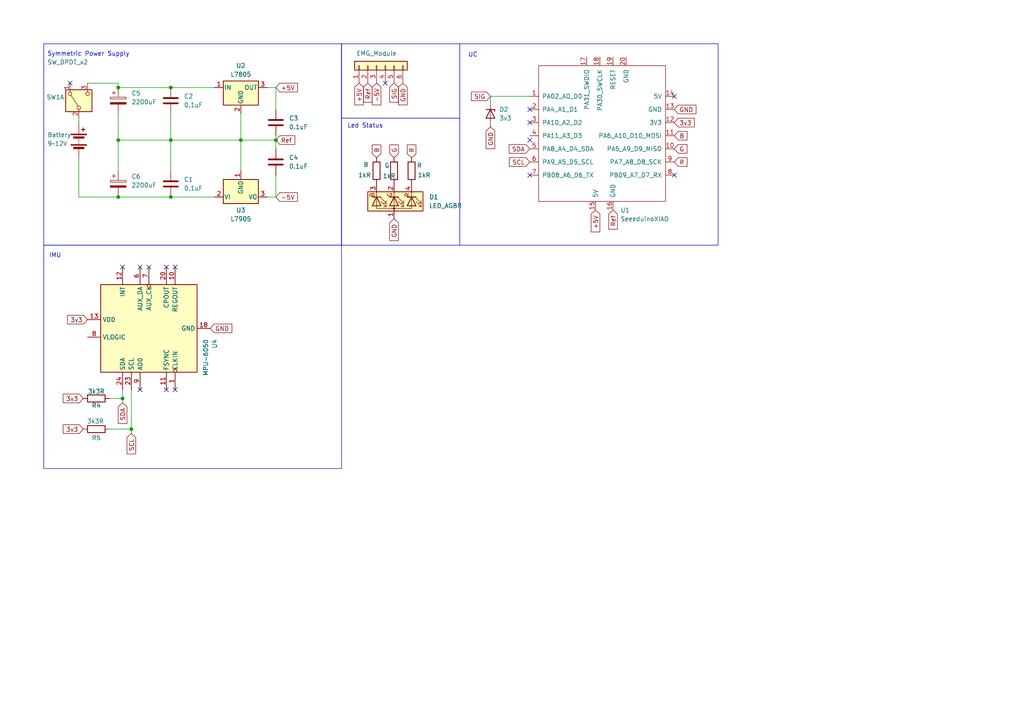
<source format=kicad_sch>
(kicad_sch (version 20250114) (generator "eeschema") (generator_version "9.0")
  (paper "A4")
  (lib_symbols
    (symbol "Connector_Generic:Conn_01x06" (pin_names (offset 1.016) (hide yes))
      (property "Reference" "J" (at 0 7.62 0))
      (property "Value" "Conn_01x06" (at 0 -10.16 0))
      (symbol "Conn_01x06_1_1"
        (rectangle (start -1.27 6.35) (end 1.27 -8.89) (stroke (width 0.254)) (fill (type background)))
        (rectangle (start -1.27 5.207) (end 0 4.953) (stroke (width 0.1524)))
        (rectangle (start -1.27 2.667) (end 0 2.413) (stroke (width 0.1524)))
        (rectangle (start -1.27 0.127) (end 0 -0.127) (stroke (width 0.1524)))
        (rectangle (start -1.27 -2.413) (end 0 -2.667) (stroke (width 0.1524)))
        (rectangle (start -1.27 -4.953) (end 0 -5.207) (stroke (width 0.1524)))
        (rectangle (start -1.27 -7.493) (end 0 -7.747) (stroke (width 0.1524)))
        (pin passive line (at -5.08 5.08 0) (length 3.81) (name "Pin_1") (number "1"))
        (pin passive line (at -5.08 2.54 0) (length 3.81) (name "Pin_2") (number "2"))
        (pin passive line (at -5.08 0 0) (length 3.81) (name "Pin_3") (number "3"))
        (pin passive line (at -5.08 -2.54 0) (length 3.81) (name "Pin_4") (number "4"))
        (pin passive line (at -5.08 -5.08 0) (length 3.81) (name "Pin_5") (number "5"))
        (pin passive line (at -5.08 -7.62 0) (length 3.81) (name "Pin_6") (number "6"))
      )
    )
    (symbol "Device:Battery" (pin_numbers (hide yes)) (pin_names (offset 0) (hide yes))
      (property "Reference" "BT" (at 2.54 2.54 0))
      (property "Value" "Battery" (at 2.54 0 0))
      (symbol "Battery_0_1"
        (rectangle (start -2.286 1.778) (end 2.286 1.524) (fill (type outline)))
        (rectangle (start -2.286 -1.27) (end 2.286 -1.524) (fill (type outline)))
        (rectangle (start -1.524 1.016) (end 1.524 0.508) (fill (type outline)))
        (rectangle (start -1.524 -2.032) (end 1.524 -2.54) (fill (type outline)))
        (polyline (pts (xy 0 1.778) (xy 0 2.54)))
        (polyline (pts (xy 0 0) (xy 0 0.254)))
        (polyline (pts (xy 0 -0.508) (xy 0 -0.254)))
        (polyline (pts (xy 0 -1.016) (xy 0 -0.762)))
        (polyline (pts (xy 0.762 3.048) (xy 1.778 3.048)) (stroke (width 0.254)))
        (polyline (pts (xy 1.27 3.556) (xy 1.27 2.54)) (stroke (width 0.254)))
      )
      (symbol "Battery_1_1"
        (pin passive line (at 0 5.08 270) (length 2.54) (name "+") (number "1"))
        (pin passive line (at 0 -5.08 90) (length 2.54) (name "-") (number "2"))
      )
    )
    (symbol "Device:C" (pin_numbers (hide yes)) (pin_names (offset 0.254))
      (property "Reference" "C" (at 0.635 2.54 0))
      (property "Value" "C" (at 0.635 -2.54 0))
      (symbol "C_0_1"
        (polyline (pts (xy -2.032 0.762) (xy 2.032 0.762)) (stroke (width 0.508)))
        (polyline (pts (xy -2.032 -0.762) (xy 2.032 -0.762)) (stroke (width 0.508)))
      )
      (symbol "C_1_1"
        (pin passive line (at 0 3.81 270) (length 2.794) (name "~") (number "1"))
        (pin passive line (at 0 -3.81 90) (length 2.794) (name "~") (number "2"))
      )
    )
    (symbol "Device:C_Polarized" (pin_numbers (hide yes)) (pin_names (offset 0.254))
      (property "Reference" "C" (at 0.635 2.54 0))
      (property "Value" "C_Polarized" (at 0.635 -2.54 0))
      (symbol "C_Polarized_0_1"
        (rectangle (start -2.286 0.508) (end 2.286 1.016))
        (polyline (pts (xy -1.778 2.286) (xy -0.762 2.286)))
        (polyline (pts (xy -1.27 2.794) (xy -1.27 1.778)))
        (rectangle (start 2.286 -0.508) (end -2.286 -1.016) (fill (type outline)))
      )
      (symbol "C_Polarized_1_1"
        (pin passive line (at 0 3.81 270) (length 2.794) (name "~") (number "1"))
        (pin passive line (at 0 -3.81 90) (length 2.794) (name "~") (number "2"))
      )
    )
    (symbol "Device:D_Zener" (pin_numbers (hide yes)) (pin_names (offset 1.016) (hide yes))
      (property "Reference" "D" (at 0 2.54 0))
      (property "Value" "D_Zener" (at 0 -2.54 0))
      (symbol "D_Zener_0_1"
        (polyline (pts (xy -1.27 -1.27) (xy -1.27 1.27) (xy -0.762 1.27)) (stroke (width 0.254)))
        (polyline (pts (xy 1.27 0) (xy -1.27 0)))
        (polyline (pts (xy 1.27 -1.27) (xy 1.27 1.27) (xy -1.27 0) (xy 1.27 -1.27)) (stroke (width 0.254)))
      )
      (symbol "D_Zener_1_1"
        (pin passive line (at -3.81 0 0) (length 2.54) (name "K") (number "1"))
        (pin passive line (at 3.81 0 180) (length 2.54) (name "A") (number "2"))
      )
    )
    (symbol "Device:LED_AGBR" (pin_names (offset 0) (hide yes))
      (property "Reference" "D" (at 0 9.398 0))
      (property "Value" "LED_AGBR" (at 0 -8.89 0))
      (symbol "LED_AGBR_0_0"
        (text "R" (at -1.905 3.81 0) (effects (font (size 1.27 1.27))))
        (text "G" (at -1.905 -1.27 0) (effects (font (size 1.27 1.27))))
        (text "B" (at -1.905 -6.35 0) (effects (font (size 1.27 1.27))))
      )
      (symbol "LED_AGBR_0_1"
        (polyline (pts (xy -1.27 6.35) (xy -1.27 3.81)) (stroke (width 0.254)))
        (polyline (pts (xy -1.27 6.35) (xy -1.27 3.81) (xy -1.27 3.81)))
        (polyline (pts (xy -1.27 5.08) (xy -2.54 5.08)))
        (polyline (pts (xy -1.27 5.08) (xy 1.27 5.08)))
        (polyline (pts (xy -1.27 1.27) (xy -1.27 -1.27)) (stroke (width 0.254)))
        (polyline (pts (xy -1.27 1.27) (xy -1.27 -1.27) (xy -1.27 -1.27)))
        (polyline (pts (xy -1.27 0) (xy -2.54 0)))
        (polyline (pts (xy -1.27 -3.81) (xy -1.27 -6.35)) (stroke (width 0.254)))
        (polyline (pts (xy -1.27 -5.08) (xy -2.54 -5.08)))
        (polyline (pts (xy -1.27 -5.08) (xy 1.27 -5.08)))
        (polyline (pts (xy -1.016 6.35) (xy 0.508 7.874) (xy -0.254 7.874) (xy 0.508 7.874) (xy 0.508 7.112)))
        (polyline (pts (xy -1.016 1.27) (xy 0.508 2.794) (xy -0.254 2.794) (xy 0.508 2.794) (xy 0.508 2.032)))
        (polyline (pts (xy -1.016 -3.81) (xy 0.508 -2.286) (xy -0.254 -2.286) (xy 0.508 -2.286) (xy 0.508 -3.048)))
        (polyline (pts (xy 0 6.35) (xy 1.524 7.874) (xy 0.762 7.874) (xy 1.524 7.874) (xy 1.524 7.112)))
        (polyline (pts (xy 0 1.27) (xy 1.524 2.794) (xy 0.762 2.794) (xy 1.524 2.794) (xy 1.524 2.032)))
        (polyline (pts (xy 0 -3.81) (xy 1.524 -2.286) (xy 0.762 -2.286) (xy 1.524 -2.286) (xy 1.524 -3.048)))
        (polyline (pts (xy 1.27 6.35) (xy 1.27 3.81) (xy -1.27 5.08) (xy 1.27 6.35)) (stroke (width 0.254)))
        (rectangle (start 1.27 6.35) (end 1.27 6.35))
        (rectangle (start 1.27 3.81) (end 1.27 6.35))
        (polyline (pts (xy 1.27 1.27) (xy 1.27 -1.27) (xy -1.27 0) (xy 1.27 1.27)) (stroke (width 0.254)))
        (rectangle (start 1.27 1.27) (end 1.27 1.27))
        (polyline (pts (xy 1.27 0) (xy -1.27 0)))
        (polyline (pts (xy 1.27 0) (xy 2.54 0)))
        (rectangle (start 1.27 -1.27) (end 1.27 1.27))
        (polyline (pts (xy 1.27 -3.81) (xy 1.27 -6.35) (xy -1.27 -5.08) (xy 1.27 -3.81)) (stroke (width 0.254)))
        (polyline (pts (xy 1.27 -5.08) (xy 2.032 -5.08) (xy 2.032 5.08) (xy 1.27 5.08)))
        (circle (center 2.032 0) (radius 0.254) (fill (type outline)))
        (rectangle (start 2.794 8.382) (end -2.794 -7.62) (stroke (width 0.254)) (fill (type background)))
      )
      (symbol "LED_AGBR_1_1"
        (pin passive line (at -5.08 5.08 0) (length 2.54) (name "RK") (number "4"))
        (pin passive line (at -5.08 0 0) (length 2.54) (name "GK") (number "2"))
        (pin passive line (at -5.08 -5.08 0) (length 2.54) (name "BK") (number "3"))
        (pin passive line (at 5.08 0 180) (length 2.54) (name "A") (number "1"))
      )
    )
    (symbol "Device:R" (pin_numbers (hide yes)) (pin_names (offset 0))
      (property "Reference" "R" (at 2.032 0 90))
      (property "Value" "R" (at 0 0 90))
      (symbol "R_0_1"
        (rectangle (start -1.016 -2.54) (end 1.016 2.54) (stroke (width 0.254)))
      )
      (symbol "R_1_1"
        (pin passive line (at 0 3.81 270) (length 1.27) (name "~") (number "1"))
        (pin passive line (at 0 -3.81 90) (length 1.27) (name "~") (number "2"))
      )
    )
    (symbol "Regulator_Linear:L7805" (pin_names (offset 0.254))
      (property "Reference" "U" (at -3.81 3.175 0))
      (property "Value" "L7805" (at 0 3.175 0))
      (symbol "L7805_0_1"
        (rectangle (start -5.08 1.905) (end 5.08 -5.08) (stroke (width 0.254)) (fill (type background)))
      )
      (symbol "L7805_1_1"
        (pin power_in line (at -7.62 0 0) (length 2.54) (name "IN") (number "1"))
        (pin power_in line (at 0 -7.62 90) (length 2.54) (name "GND") (number "2"))
        (pin power_out line (at 7.62 0 180) (length 2.54) (name "OUT") (number "3"))
      )
    )
    (symbol "Regulator_Linear:L7905" (pin_names (offset 0.254))
      (property "Reference" "U" (at -3.81 -3.175 0))
      (property "Value" "L7905" (at 0 -3.175 0))
      (symbol "L7905_0_1"
        (rectangle (start -5.08 5.08) (end 5.08 -1.905) (stroke (width 0.254)) (fill (type background)))
      )
      (symbol "L7905_1_1"
        (pin power_in line (at -7.62 0 0) (length 2.54) (name "VI") (number "2"))
        (pin power_in line (at 0 7.62 270) (length 2.54) (name "GND") (number "1"))
        (pin power_out line (at 7.62 0 180) (length 2.54) (name "VO") (number "3"))
      )
    )
    (symbol "Seeeduino XIAO:SeeeduinoXIAO" (pin_names (offset 1.016))
      (property "Reference" "U" (at -19.05 22.86 0))
      (property "Value" "SeeeduinoXIAO" (at -12.7 21.59 0))
      (symbol "SeeeduinoXIAO_0_1"
        (rectangle (start -19.05 20.32) (end 17.78 -19.05))
      )
      (symbol "SeeeduinoXIAO_1_1"
        (pin unspecified line (at -21.59 11.43 0) (length 2.54) (name "PA02_A0_D0") (number "1"))
        (pin unspecified line (at -21.59 7.62 0) (length 2.54) (name "PA4_A1_D1") (number "2"))
        (pin unspecified line (at -21.59 3.81 0) (length 2.54) (name "PA10_A2_D2") (number "3"))
        (pin unspecified line (at -21.59 0 0) (length 2.54) (name "PA11_A3_D3") (number "4"))
        (pin unspecified line (at -21.59 -3.81 0) (length 2.54) (name "PA8_A4_D4_SDA") (number "5"))
        (pin unspecified line (at -21.59 -7.62 0) (length 2.54) (name "PA9_A5_D5_SCL") (number "6"))
        (pin unspecified line (at -21.59 -11.43 0) (length 2.54) (name "PB08_A6_D6_TX") (number "7"))
        (pin input line (at -5.08 22.86 270) (length 2.54) (name "PA31_SWDIO") (number "17"))
        (pin input line (at -2.54 -21.59 90) (length 2.54) (name "5V") (number "15"))
        (pin input line (at -1.27 22.86 270) (length 2.54) (name "PA30_SWCLK") (number "18"))
        (pin input line (at 2.54 22.86 270) (length 2.54) (name "RESET") (number "19"))
        (pin input line (at 2.54 -21.59 90) (length 2.54) (name "GND") (number "16"))
        (pin input line (at 6.35 22.86 270) (length 2.54) (name "GND") (number "20"))
        (pin unspecified line (at 20.32 11.43 180) (length 2.54) (name "5V") (number "14"))
        (pin unspecified line (at 20.32 7.62 180) (length 2.54) (name "GND") (number "13"))
        (pin unspecified line (at 20.32 3.81 180) (length 2.54) (name "3V3") (number "12"))
        (pin unspecified line (at 20.32 0 180) (length 2.54) (name "PA6_A10_D10_MOSI") (number "11"))
        (pin unspecified line (at 20.32 -3.81 180) (length 2.54) (name "PA5_A9_D9_MISO") (number "10"))
        (pin unspecified line (at 20.32 -7.62 180) (length 2.54) (name "PA7_A8_D8_SCK") (number "9"))
        (pin unspecified line (at 20.32 -11.43 180) (length 2.54) (name "PB09_A7_D7_RX") (number "8"))
      )
    )
    (symbol "Sensor_Motion:MPU-6050"
      (property "Reference" "U" (at -11.43 13.97 0))
      (property "Value" "MPU-6050" (at 7.62 -15.24 0))
      (symbol "MPU-6050_0_1"
        (rectangle (start -12.7 13.97) (end 12.7 -13.97) (stroke (width 0.254)) (fill (type background)))
      )
      (symbol "MPU-6050_1_1"
        (pin bidirectional line (at -17.78 7.62 0) (length 5.08) (name "SDA") (number "24"))
        (pin input line (at -17.78 5.08 0) (length 5.08) (name "SCL") (number "23"))
        (pin input line (at -17.78 2.54 0) (length 5.08) (name "AD0") (number "9"))
        (pin input line (at -17.78 -5.08 0) (length 5.08) (name "FSYNC") (number "11"))
        (pin input clock (at -17.78 -7.62 0) (length 5.08) (name "CLKIN") (number "1"))
        (pin no_connect line (at -12.7 12.7 0) (length 2.54) (hide yes) (name "NC") (number "2"))
        (pin no_connect line (at -12.7 10.16 0) (length 2.54) (hide yes) (name "NC") (number "3"))
        (pin no_connect line (at -12.7 0 0) (length 2.54) (hide yes) (name "NC") (number "4"))
        (pin no_connect line (at -12.7 -2.54 0) (length 2.54) (hide yes) (name "NC") (number "5"))
        (pin no_connect line (at -12.7 -10.16 0) (length 2.54) (hide yes) (name "NC") (number "14"))
        (pin power_in line (at -2.54 17.78 270) (length 3.81) (name "VLOGIC") (number "8"))
        (pin power_in line (at 0 -17.78 90) (length 3.81) (name "GND") (number "18"))
        (pin power_in line (at 2.54 17.78 270) (length 3.81) (name "VDD") (number "13"))
        (pin no_connect line (at 12.7 12.7 180) (length 2.54) (hide yes) (name "NC") (number "15"))
        (pin no_connect line (at 12.7 10.16 180) (length 2.54) (hide yes) (name "NC") (number "16"))
        (pin no_connect line (at 12.7 5.08 180) (length 2.54) (hide yes) (name "NC") (number "17"))
        (pin no_connect line (at 12.7 -2.54 180) (length 2.54) (hide yes) (name "RESV") (number "21"))
        (pin no_connect line (at 12.7 -10.16 180) (length 2.54) (hide yes) (name "RESV") (number "19"))
        (pin no_connect line (at 12.7 -12.7 180) (length 2.54) (hide yes) (name "RESV") (number "22"))
        (pin output line (at 17.78 7.62 180) (length 5.08) (name "INT") (number "12"))
        (pin bidirectional line (at 17.78 2.54 180) (length 5.08) (name "AUX_DA") (number "6"))
        (pin output clock (at 17.78 0 180) (length 5.08) (name "AUX_CL") (number "7"))
        (pin passive line (at 17.78 -5.08 180) (length 5.08) (name "CPOUT") (number "20"))
        (pin passive line (at 17.78 -7.62 180) (length 5.08) (name "REGOUT") (number "10"))
      )
    )
    (symbol "Switch:SW_DPDT_x2" (pin_names (offset 0) (hide yes))
      (property "Reference" "SW" (at 0 5.08 0))
      (property "Value" "SW_DPDT_x2" (at 0 -5.08 0))
      (symbol "SW_DPDT_x2_0_0"
        (circle (center -2.032 0) (radius 0.508))
        (circle (center 2.032 -2.54) (radius 0.508))
      )
      (symbol "SW_DPDT_x2_0_1"
        (rectangle (start -3.175 3.81) (end 3.175 -3.81) (stroke (width 0.254)) (fill (type background)))
        (polyline (pts (xy -1.524 0.254) (xy 1.5748 2.286)))
        (circle (center 2.032 2.54) (radius 0.508))
      )
      (symbol "SW_DPDT_x2_1_1"
        (pin passive line (at -5.08 0 0) (length 2.54) (name "B") (number "2"))
        (pin passive line (at 5.08 2.54 180) (length 2.54) (name "A") (number "1"))
        (pin passive line (at 5.08 -2.54 180) (length 2.54) (name "C") (number "3"))
      )
      (symbol "SW_DPDT_x2_2_1"
        (pin passive line (at -5.08 0 0) (length 2.54) (name "B") (number "5"))
        (pin passive line (at 5.08 2.54 180) (length 2.54) (name "A") (number "4"))
        (pin passive line (at 5.08 -2.54 180) (length 2.54) (name "C") (number "6"))
      )
    )
  )
  (rectangle (start 99.06 34.29) (end 133.35 71.12))
  (rectangle (start 133.35 12.7) (end 208.28 71.12))
  (rectangle (start 99.06 12.7) (end 133.35 34.29))
  (rectangle (start 12.7 71.12) (end 99.06 135.89))
  (rectangle (start 12.7 12.7) (end 99.06 71.12))
  (text "IMU\n" (at 16.002 74.168 0) (effects (font (size 1.27 1.27))))
  (text "Led Status\n" (at 105.918 36.576 0) (effects (font (size 1.27 1.27))))
  (text "UC\n" (at 137.16 16.002 0) (effects (font (size 1.27 1.27))))
  (text "Symmetric Power Supply" (at 25.654 15.748 0) (effects (font (size 1.27 1.27))))
  (junction (at 49.53 25.4))
  (junction (at 69.85 40.64))
  (junction (at 80.01 40.64))
  (junction (at 34.29 40.64))
  (junction (at 49.53 57.15))
  (junction (at 38.1 124.46))
  (junction (at 34.29 57.15))
  (junction (at 49.53 40.64))
  (junction (at 34.29 25.4))
  (junction (at 35.56 115.57))
  (no_connect (at 153.67 40.64))
  (no_connect (at 153.67 35.56))
  (no_connect (at 40.64 77.47))
  (no_connect (at 50.8 113.03))
  (no_connect (at 195.58 27.94))
  (no_connect (at 20.32 24.13))
  (no_connect (at 50.8 77.47))
  (no_connect (at 153.67 31.75))
  (no_connect (at 40.64 113.03))
  (no_connect (at 153.67 50.8))
  (no_connect (at 111.76 24.13))
  (no_connect (at 48.26 77.47))
  (no_connect (at 43.18 77.47))
  (no_connect (at 35.56 77.47))
  (no_connect (at 48.26 113.03))
  (no_connect (at 195.58 50.8))
  (wire (pts (xy 69.85 33.02) (xy 69.85 40.64)))
  (wire (pts (xy 77.47 57.15) (xy 80.01 57.15)))
  (wire (pts (xy 38.1 124.46) (xy 38.1 125.73)))
  (wire (pts (xy 142.24 29.21) (xy 142.24 27.94)))
  (wire (pts (xy 35.56 115.57) (xy 35.56 113.03)))
  (wire (pts (xy 80.01 39.37) (xy 80.01 40.64)))
  (wire (pts (xy 80.01 57.15) (xy 80.01 50.8)))
  (wire (pts (xy 31.75 115.57) (xy 35.56 115.57)))
  (wire (pts (xy 142.24 27.94) (xy 153.67 27.94)))
  (wire (pts (xy 69.85 40.64) (xy 69.85 49.53)))
  (wire (pts (xy 22.86 45.72) (xy 22.86 57.15)))
  (wire (pts (xy 22.86 57.15) (xy 34.29 57.15)))
  (wire (pts (xy 38.1 113.03) (xy 38.1 124.46)))
  (wire (pts (xy 80.01 40.64) (xy 69.85 40.64)))
  (wire (pts (xy 49.53 33.02) (xy 49.53 40.64)))
  (wire (pts (xy 22.86 34.29) (xy 22.86 35.56)))
  (wire (pts (xy 25.4 24.13) (xy 34.29 24.13)))
  (wire (pts (xy 34.29 40.64) (xy 34.29 49.53)))
  (wire (pts (xy 77.47 25.4) (xy 80.01 25.4)))
  (wire (pts (xy 34.29 33.02) (xy 34.29 40.64)))
  (wire (pts (xy 34.29 57.15) (xy 49.53 57.15)))
  (wire (pts (xy 49.53 25.4) (xy 62.23 25.4)))
  (wire (pts (xy 49.53 40.64) (xy 49.53 49.53)))
  (wire (pts (xy 62.23 57.15) (xy 49.53 57.15)))
  (wire (pts (xy 35.56 115.57) (xy 35.56 116.84)))
  (wire (pts (xy 34.29 40.64) (xy 49.53 40.64)))
  (wire (pts (xy 69.85 40.64) (xy 49.53 40.64)))
  (wire (pts (xy 34.29 25.4) (xy 49.53 25.4)))
  (wire (pts (xy 80.01 40.64) (xy 80.01 43.18)))
  (wire (pts (xy 34.29 24.13) (xy 34.29 25.4)))
  (wire (pts (xy 31.75 124.46) (xy 38.1 124.46)))
  (wire (pts (xy 80.01 25.4) (xy 80.01 31.75)))
  (global_label "B" (shape input) (at 109.22 45.72 90) (property "Intersheetrefs" "${INTERSHEET_REFS}" (effects (hide yes))))
  (global_label "Ref" (shape input) (at 177.8 60.96 270) (property "Intersheetrefs" "${INTERSHEET_REFS}" (effects (hide yes))))
  (global_label "SCL" (shape input) (at 38.1 125.73 270) (property "Intersheetrefs" "${INTERSHEET_REFS}" (effects (hide yes))))
  (global_label "Ref" (shape input) (at 106.68 24.13 270) (property "Intersheetrefs" "${INTERSHEET_REFS}" (effects (hide yes))))
  (global_label "GND" (shape input) (at 142.24 36.83 270) (property "Intersheetrefs" "${INTERSHEET_REFS}" (effects (hide yes))))
  (global_label "3v3" (shape input) (at 24.13 124.46 180) (property "Intersheetrefs" "${INTERSHEET_REFS}" (effects (hide yes))))
  (global_label "GND" (shape input) (at 60.96 95.25 0) (property "Intersheetrefs" "${INTERSHEET_REFS}" (effects (hide yes))))
  (global_label "+5V" (shape input) (at 172.72 60.96 270) (property "Intersheetrefs" "${INTERSHEET_REFS}" (effects (hide yes))))
  (global_label "+5V" (shape input) (at 80.01 25.4 0) (property "Intersheetrefs" "${INTERSHEET_REFS}" (effects (hide yes))))
  (global_label "SIG" (shape input) (at 114.3 24.13 270) (property "Intersheetrefs" "${INTERSHEET_REFS}" (effects (hide yes))))
  (global_label "SDA" (shape input) (at 153.67 43.18 180) (property "Intersheetrefs" "${INTERSHEET_REFS}" (effects (hide yes))))
  (global_label "3v3" (shape input) (at 25.4 92.71 180) (property "Intersheetrefs" "${INTERSHEET_REFS}" (effects (hide yes))))
  (global_label "-5V" (shape input) (at 80.01 57.15 0) (property "Intersheetrefs" "${INTERSHEET_REFS}" (effects (hide yes))))
  (global_label "R" (shape input) (at 119.38 45.72 90) (property "Intersheetrefs" "${INTERSHEET_REFS}" (effects (hide yes))))
  (global_label "-5V" (shape input) (at 109.22 24.13 270) (property "Intersheetrefs" "${INTERSHEET_REFS}" (effects (hide yes))))
  (global_label "B" (shape input) (at 195.58 39.37 0) (property "Intersheetrefs" "${INTERSHEET_REFS}" (effects (hide yes))))
  (global_label "3v3" (shape input) (at 24.13 115.57 180) (property "Intersheetrefs" "${INTERSHEET_REFS}" (effects (hide yes))))
  (global_label "G" (shape input) (at 195.58 43.18 0) (property "Intersheetrefs" "${INTERSHEET_REFS}" (effects (hide yes))))
  (global_label "SDA" (shape input) (at 35.56 116.84 270) (property "Intersheetrefs" "${INTERSHEET_REFS}" (effects (hide yes))))
  (global_label "3v3" (shape input) (at 195.58 35.56 0) (property "Intersheetrefs" "${INTERSHEET_REFS}" (effects (hide yes))))
  (global_label "G" (shape input) (at 114.3 45.72 90) (property "Intersheetrefs" "${INTERSHEET_REFS}" (effects (hide yes))))
  (global_label "+5V" (shape input) (at 104.14 24.13 270) (property "Intersheetrefs" "${INTERSHEET_REFS}" (effects (hide yes))))
  (global_label "SIG" (shape input) (at 142.24 27.94 180) (property "Intersheetrefs" "${INTERSHEET_REFS}" (effects (hide yes))))
  (global_label "R" (shape input) (at 195.58 46.99 0) (property "Intersheetrefs" "${INTERSHEET_REFS}" (effects (hide yes))))
  (global_label "SCL" (shape input) (at 153.67 46.99 180) (property "Intersheetrefs" "${INTERSHEET_REFS}" (effects (hide yes))))
  (global_label "Ref" (shape input) (at 80.01 40.64 0) (property "Intersheetrefs" "${INTERSHEET_REFS}" (effects (hide yes))))
  (global_label "GND" (shape input) (at 195.58 31.75 0) (property "Intersheetrefs" "${INTERSHEET_REFS}" (effects (hide yes))))
  (global_label "GND" (shape input) (at 116.84 24.13 270) (property "Intersheetrefs" "${INTERSHEET_REFS}" (effects (hide yes))))
  (global_label "GND" (shape input) (at 114.3 63.5 270) (property "Intersheetrefs" "${INTERSHEET_REFS}" (effects (hide yes))))
  (symbol (lib_id "Seeeduino XIAO:SeeeduinoXIAO") (at 175.26 39.37 0) (unit 1)
    (property "Reference" "U1" (at 179.9433 60.96 0) (effects (justify left)))
    (property "Value" "SeeeduinoXIAO" (at 179.9433 63.5 0) (effects (justify left)))
  )
  (symbol (lib_id "Sensor_Motion:MPU-6050") (at 43.18 95.25 90) (unit 1)
    (property "Reference" "U4" (at 62.23 98.3681 0) (effects (justify right)))
    (property "Value" "MPU-6050" (at 59.69 98.3681 0) (effects (justify right)))
    (property "Footprint" "Sensor_Motion:InvenSense_QFN-24_4x4mm_P0.5mm" (effects (hide yes)))
    (property "Datasheet" "https://invensense.tdk.com/wp-content/uploads/2015/02/MPU-6000-Datasheet1.pdf" (effects (hide yes)))
    (property "Description" "InvenSense 6-Axis Motion Sensor, Gyroscope, Accelerometer, I2C" (effects (hide yes)))
  )
  (symbol (lib_id "Switch:SW_DPDT_x2") (at 22.86 29.21 90) (unit 1)
    (property "Reference" "SW1" (at 13.462 28.194 90) (effects (justify right)))
    (property "Value" "SW_DPDT_x2" (at 13.716 18.034 90) (effects (justify right)))
    (property "Description" "Switch, dual pole double throw, separate symbols" (effects (hide yes)))
  )
  (symbol (lib_id "Device:Battery") (at 22.86 40.64 0) (unit 1)
    (property "Reference" "Battery" (at 13.716 39.116 0) (effects (justify left)))
    (property "Value" "9~12V" (at 13.716 41.656 0) (effects (justify left)))
    (property "Description" "Multiple-cell battery" (effects (hide yes)))
  )
  (symbol (lib_id "Device:C_Polarized") (at 34.29 29.21 0) (unit 1)
    (property "Reference" "C5" (at 38.1 27.0509 0) (effects (justify left)))
    (property "Value" "2200uF" (at 38.1 29.5909 0) (effects (justify left)))
    (property "Description" "Polarized capacitor" (effects (hide yes)))
  )
  (symbol (lib_id "Device:R") (at 109.22 49.53 0) (unit 1)
    (property "Reference" "B" (at 105.41 47.752 0) (effects (justify left)))
    (property "Value" "1kR" (at 103.886 50.8 0) (effects (justify left)))
    (property "Description" "Resistor" (effects (hide yes)))
  )
  (symbol (lib_id "Device:C") (at 80.01 46.99 0) (unit 1)
    (property "Reference" "C4" (at 83.82 45.7199 0) (effects (justify left)))
    (property "Value" "0.1uF" (at 83.82 48.2599 0) (effects (justify left)))
    (property "Description" "Unpolarized capacitor" (effects (hide yes)))
  )
  (symbol (lib_id "Connector_Generic:Conn_01x06") (at 109.22 19.05 90) (unit 1)
    (property "Reference" "EMG_Module" (at 115.062 15.494 90) (effects (justify left)))
    (property "Value" "~" (at 111.7599 16.51 0) (effects (justify left)))
    (property "Description" "Generic connector, single row, 01x06, script generated (kicad-library-utils/schlib/autogen/connector/)" (effects (hide yes)))
  )
  (symbol (lib_id "Device:R") (at 114.3 49.53 0) (unit 1)
    (property "Reference" "G" (at 111.506 48.006 0) (effects (justify left)))
    (property "Value" "1kR" (at 110.998 51.054 0) (effects (justify left)))
    (property "Description" "Resistor" (effects (hide yes)))
  )
  (symbol (lib_id "Device:D_Zener") (at 142.24 33.02 270) (unit 1)
    (property "Reference" "D2" (at 144.78 31.7499 90) (effects (justify left)))
    (property "Value" "3v3" (at 144.78 34.2899 90) (effects (justify left)))
    (property "Description" "Zener diode" (effects (hide yes)))
  )
  (symbol (lib_id "Device:R") (at 27.94 124.46 90) (unit 1)
    (property "Reference" "R5" (at 27.94 127 90))
    (property "Value" "3k3R" (at 27.686 122.174 90))
    (property "Description" "Resistor" (effects (hide yes)))
  )
  (symbol (lib_id "Regulator_Linear:L7905") (at 69.85 57.15 0) (unit 1)
    (property "Reference" "U3" (at 69.85 60.96 0))
    (property "Value" "L7905" (at 69.85 63.5 0))
    (property "Datasheet" "http://www.st.com/content/ccc/resource/technical/document/datasheet/c9/16/86/41/c7/2b/45/f2/CD00000450.pdf/files/CD00000450.pdf/jcr:content/translations/en.CD00000450.pdf" (effects (hide yes)))
    (property "Description" "Negative 1.5A 35V Linear Regulator, Fixed Output -5V, TO-220/TO-263" (effects (hide yes)))
  )
  (symbol (lib_id "Device:C") (at 49.53 53.34 0) (unit 1)
    (property "Reference" "C1" (at 53.34 52.0699 0) (effects (justify left)))
    (property "Value" "0.1uF" (at 53.34 54.6099 0) (effects (justify left)))
    (property "Description" "Unpolarized capacitor" (effects (hide yes)))
  )
  (symbol (lib_id "Device:R") (at 119.38 49.53 0) (unit 1)
    (property "Reference" "R" (at 120.904 48.006 0) (effects (justify left)))
    (property "Value" "1kR" (at 121.158 50.8 0) (effects (justify left)))
    (property "Description" "Resistor" (effects (hide yes)))
  )
  (symbol (lib_id "Device:LED_AGBR") (at 114.3 58.42 270) (unit 1)
    (property "Reference" "D1" (at 124.46 57.1499 90) (effects (justify left)))
    (property "Value" "LED_AGBR" (at 124.46 59.6899 90) (effects (justify left)))
    (property "Description" "RGB LED, anode/green/blue/red" (effects (hide yes)))
  )
  (symbol (lib_id "Device:C_Polarized") (at 34.29 53.34 0) (unit 1)
    (property "Reference" "C6" (at 38.1 51.1809 0) (effects (justify left)))
    (property "Value" "2200uF" (at 38.1 53.7209 0) (effects (justify left)))
    (property "Description" "Polarized capacitor" (effects (hide yes)))
  )
  (symbol (lib_id "Device:C") (at 49.53 29.21 0) (unit 1)
    (property "Reference" "C2" (at 53.34 27.9399 0) (effects (justify left)))
    (property "Value" "0.1uF" (at 53.34 30.4799 0) (effects (justify left)))
    (property "Description" "Unpolarized capacitor" (effects (hide yes)))
  )
  (symbol (lib_id "Device:R") (at 27.94 115.57 90) (unit 1)
    (property "Reference" "R4" (at 27.94 117.602 90))
    (property "Value" "3k3R" (at 27.94 113.538 90))
    (property "Description" "Resistor" (effects (hide yes)))
  )
  (symbol (lib_id "Device:C") (at 80.01 35.56 0) (unit 1)
    (property "Reference" "C3" (at 83.82 34.2899 0) (effects (justify left)))
    (property "Value" "0.1uF" (at 83.82 36.8299 0) (effects (justify left)))
    (property "Description" "Unpolarized capacitor" (effects (hide yes)))
  )
  (symbol (lib_id "Regulator_Linear:L7805") (at 69.85 25.4 0) (unit 1)
    (property "Reference" "U2" (at 69.85 19.05 0))
    (property "Value" "L7805" (at 69.85 21.59 0))
    (property "Datasheet" "http://www.st.com/content/ccc/resource/technical/document/datasheet/41/4f/b3/b0/12/d4/47/88/CD00000444.pdf/files/CD00000444.pdf/jcr:content/translations/en.CD00000444.pdf" (effects (hide yes)))
    (property "Description" "Positive 1.5A 35V Linear Regulator, Fixed Output 5V, TO-220/TO-263/TO-252" (effects (hide yes)))
  )
)
</source>
